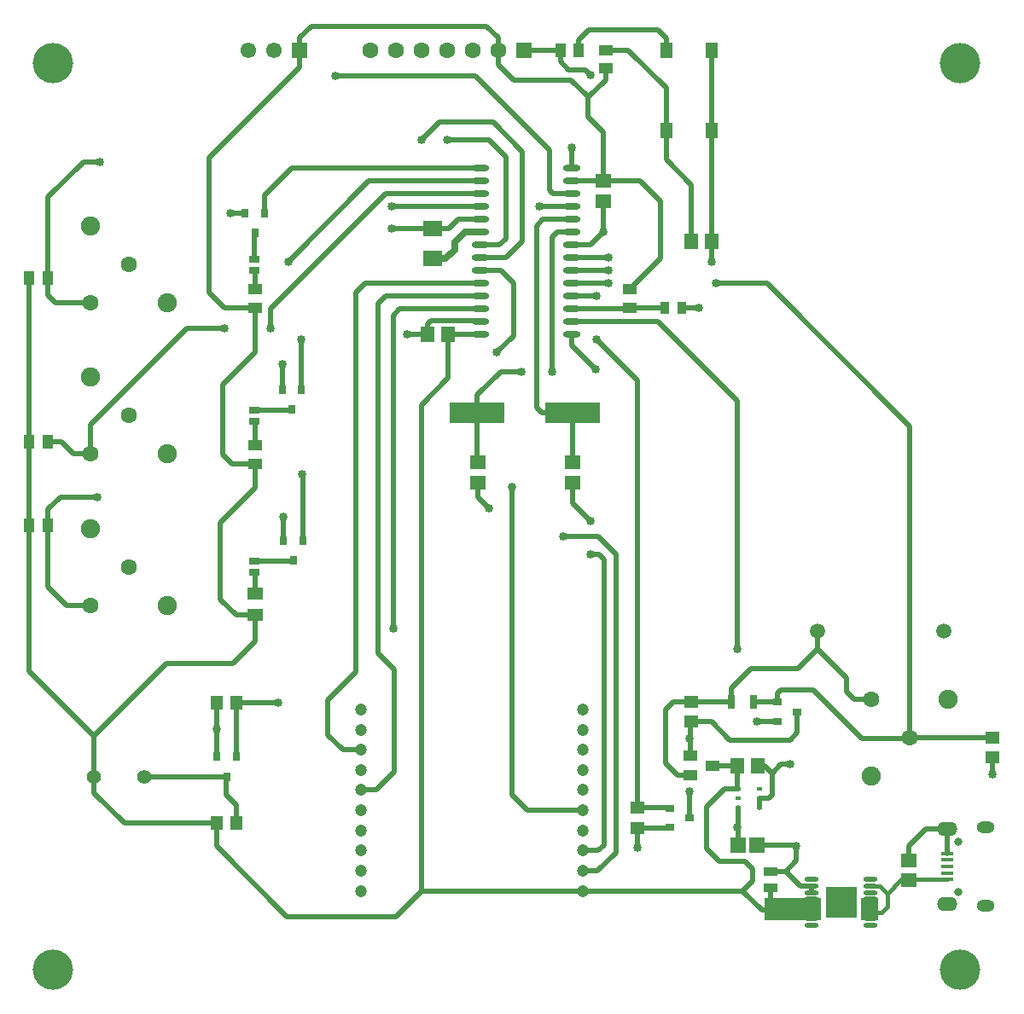
<source format=gtl>
G04 Layer_Physical_Order=1*
G04 Layer_Color=255*
%FSLAX25Y25*%
%MOIN*%
G70*
G01*
G75*
%ADD10R,0.12205X0.12205*%
%ADD11O,0.05512X0.01772*%
%ADD12R,0.21654X0.07874*%
%ADD13R,0.05118X0.01772*%
%ADD14R,0.04331X0.03150*%
%ADD15R,0.01968X0.01772*%
%ADD16R,0.05118X0.06102*%
%ADD17R,0.02953X0.05709*%
%ADD18R,0.05315X0.06102*%
%ADD19R,0.05905X0.06102*%
%ADD20R,0.05315X0.03740*%
%ADD21R,0.05905X0.05512*%
%ADD22R,0.07480X0.05905*%
%ADD23R,0.06102X0.05315*%
%ADD24R,0.05512X0.03937*%
%ADD25R,0.03543X0.03150*%
%ADD26R,0.05709X0.04724*%
%ADD27R,0.05512X0.04134*%
%ADD28R,0.03347X0.05118*%
%ADD29R,0.05905X0.04921*%
%ADD30R,0.05315X0.03937*%
%ADD31O,0.06890X0.02362*%
%ADD32R,0.03937X0.05315*%
%ADD33R,0.03150X0.03543*%
%ADD34R,0.04724X0.05709*%
%ADD35C,0.01968*%
%ADD36C,0.01575*%
%ADD37C,0.02756*%
%ADD38R,0.22000X0.09000*%
%ADD39R,0.06500X0.09000*%
%ADD40C,0.06299*%
%ADD41C,0.07480*%
%ADD42C,0.05905*%
%ADD43C,0.03150*%
%ADD44O,0.07087X0.04528*%
%ADD45O,0.07874X0.05512*%
%ADD46C,0.05512*%
%ADD47C,0.04724*%
%ADD48R,0.06102X0.06102*%
%ADD49C,0.06102*%
%ADD50R,0.06299X0.06299*%
%ADD51C,0.15748*%
%ADD52C,0.03347*%
%ADD53C,0.02559*%
D10*
X327500Y46000D02*
D03*
D11*
X315886Y54957D02*
D03*
Y52398D02*
D03*
Y49839D02*
D03*
Y47280D02*
D03*
Y44721D02*
D03*
Y42161D02*
D03*
Y39602D02*
D03*
Y37043D02*
D03*
X339114Y54957D02*
D03*
Y52398D02*
D03*
Y49839D02*
D03*
Y47280D02*
D03*
Y44721D02*
D03*
Y42161D02*
D03*
Y39602D02*
D03*
Y37043D02*
D03*
D12*
X222701Y237500D02*
D03*
X185299D02*
D03*
D13*
X369000Y65118D02*
D03*
Y62559D02*
D03*
Y60000D02*
D03*
Y57441D02*
D03*
Y54882D02*
D03*
D14*
X98425Y297441D02*
D03*
Y293110D02*
D03*
Y238386D02*
D03*
Y234055D02*
D03*
Y179331D02*
D03*
Y175000D02*
D03*
D15*
X295500Y90480D02*
D03*
Y86740D02*
D03*
Y83000D02*
D03*
X287232Y90480D02*
D03*
Y86740D02*
D03*
Y83000D02*
D03*
D16*
X276858Y379150D02*
D03*
X259142D02*
D03*
X276858Y347850D02*
D03*
X259142D02*
D03*
D17*
X284768Y124500D02*
D03*
X293232D02*
D03*
D18*
X287063Y99500D02*
D03*
X294937D02*
D03*
X269063Y304500D02*
D03*
X276937D02*
D03*
X173937Y268000D02*
D03*
X166063D02*
D03*
D19*
X294543Y68500D02*
D03*
X287457D02*
D03*
D20*
X300000Y51850D02*
D03*
Y58150D02*
D03*
D21*
X354000Y54760D02*
D03*
Y62240D02*
D03*
D22*
X168000Y297594D02*
D03*
Y309405D02*
D03*
D23*
X234500Y327937D02*
D03*
Y320063D02*
D03*
X185500Y210063D02*
D03*
Y217937D02*
D03*
X222500Y210063D02*
D03*
Y217937D02*
D03*
D24*
X268669Y95760D02*
D03*
X277331Y99500D02*
D03*
X268669Y103240D02*
D03*
D25*
X268437Y79000D02*
D03*
X260563Y75260D02*
D03*
Y82740D02*
D03*
X310437Y120500D02*
D03*
X302563Y116760D02*
D03*
Y124240D02*
D03*
D26*
X269000Y116563D02*
D03*
Y124437D02*
D03*
X248000Y75063D02*
D03*
Y82937D02*
D03*
X386500Y102563D02*
D03*
Y110437D02*
D03*
D27*
X245000Y278260D02*
D03*
Y285740D02*
D03*
X98500Y217260D02*
D03*
Y224740D02*
D03*
X98500Y285740D02*
D03*
Y278260D02*
D03*
D28*
X258653Y278500D02*
D03*
X265347D02*
D03*
D29*
X98500Y158366D02*
D03*
Y166634D02*
D03*
D30*
X235500Y379043D02*
D03*
Y371957D02*
D03*
D31*
X222315Y268000D02*
D03*
Y273000D02*
D03*
Y278000D02*
D03*
Y283000D02*
D03*
Y288000D02*
D03*
Y293000D02*
D03*
Y298000D02*
D03*
Y303000D02*
D03*
Y308000D02*
D03*
Y313000D02*
D03*
Y318000D02*
D03*
Y323000D02*
D03*
Y328000D02*
D03*
Y333000D02*
D03*
X186685Y268000D02*
D03*
Y273000D02*
D03*
Y278000D02*
D03*
Y283000D02*
D03*
Y288000D02*
D03*
Y293000D02*
D03*
Y298000D02*
D03*
Y303000D02*
D03*
Y308000D02*
D03*
Y313000D02*
D03*
Y318000D02*
D03*
Y323000D02*
D03*
Y328000D02*
D03*
Y333000D02*
D03*
D32*
X217957Y379000D02*
D03*
X225043D02*
D03*
X10457Y193500D02*
D03*
X17543D02*
D03*
X10457Y226000D02*
D03*
X17543D02*
D03*
X10457Y290000D02*
D03*
X17543D02*
D03*
D33*
X98500Y307563D02*
D03*
X94760Y315437D02*
D03*
X102240D02*
D03*
X113000Y238563D02*
D03*
X109260Y246437D02*
D03*
X116740D02*
D03*
X113500Y179563D02*
D03*
X109760Y187437D02*
D03*
X117240D02*
D03*
X87500Y95063D02*
D03*
X83760Y102937D02*
D03*
X91240D02*
D03*
D34*
X91437Y77000D02*
D03*
X83563D02*
D03*
Y124000D02*
D03*
X91437D02*
D03*
D35*
X167217Y273217D02*
X186685D01*
X138000Y136000D02*
Y284500D01*
X127000Y125000D02*
X138000Y136000D01*
X146500Y143500D02*
Y280000D01*
X138000Y284500D02*
X141500Y288000D01*
X146500Y280000D02*
X149500Y283000D01*
X146500Y143500D02*
X153000Y137000D01*
X163504Y50504D02*
Y240504D01*
X91437Y124000D02*
X107500D01*
X127000Y111500D02*
Y125000D01*
X163504Y240504D02*
X173937Y250937D01*
X309500Y68500D02*
X310000Y68000D01*
X294543Y68500D02*
X309500D01*
X310000Y62299D02*
Y68000D01*
X305850Y58150D02*
X310000Y62299D01*
X300000Y58150D02*
X305850D01*
X311602Y52398D01*
X315886D01*
Y49839D02*
Y52398D01*
X300000Y47000D02*
Y51850D01*
X152024Y318024D02*
X186685D01*
X284705Y124437D02*
Y129705D01*
X193500Y373500D02*
Y379000D01*
Y384000D01*
X203500Y379000D02*
X217957D01*
X149500Y323000D02*
X186685D01*
X104500Y278000D02*
X149500Y323000D01*
X104500Y270500D02*
Y278000D01*
X34213Y232713D02*
X72000Y270500D01*
X86500D01*
X98500Y261000D02*
Y278260D01*
X85000Y194500D02*
X98500Y208000D01*
X89740Y217260D02*
X98500D01*
X86000Y221000D02*
X89740Y217260D01*
X86000Y221000D02*
Y248500D01*
X98500Y261000D01*
X109260Y246437D02*
Y256260D01*
X86740Y278260D02*
X98500D01*
X80500Y284500D02*
X86740Y278260D01*
X80500Y284500D02*
Y337000D01*
X20724Y280276D02*
X34213D01*
X17543Y283457D02*
X20724Y280276D01*
X17543Y283457D02*
Y290000D01*
X31500Y335500D02*
X38000D01*
X17543Y321543D02*
X31500Y335500D01*
X17543Y290000D02*
Y321543D01*
X34213Y221220D02*
Y232713D01*
X27779Y221220D02*
X34213D01*
X23000Y226000D02*
X27779Y221220D01*
X17543Y226000D02*
X23000D01*
X17543Y193500D02*
Y199543D01*
X22492Y204492D01*
X36992D01*
X24835Y162165D02*
X34213D01*
X17543Y169457D02*
X24835Y162165D01*
X17543Y169457D02*
Y193500D01*
X102240Y322240D02*
X113000Y333000D01*
X102240Y315437D02*
Y322240D01*
X89063Y315437D02*
X94760D01*
X98425Y293110D02*
X98500Y293035D01*
Y285740D02*
Y293035D01*
X98425Y307488D02*
X98500Y307563D01*
X98425Y297441D02*
Y307488D01*
X116500Y266000D02*
X116740Y265760D01*
Y246437D02*
Y265760D01*
X112823Y238386D02*
X113000Y238563D01*
X98425Y238386D02*
X112823D01*
X98425Y234055D02*
X98500Y233980D01*
Y224740D02*
Y233980D01*
X109760Y187437D02*
Y196740D01*
X117000Y213500D02*
X117240Y213260D01*
Y187437D02*
Y213260D01*
X91134Y158366D02*
X98500D01*
X85000Y164500D02*
X91134Y158366D01*
X85000Y164500D02*
Y194500D01*
X98500Y208000D02*
Y217260D01*
X113268Y179331D02*
X113500Y179563D01*
X98425Y179331D02*
X113268D01*
X98425Y175000D02*
X98500Y174925D01*
Y166634D02*
Y174925D01*
Y148000D02*
Y158366D01*
X90000Y139500D02*
X98500Y148000D01*
X64000Y139500D02*
X90000D01*
X35658Y111158D02*
X64000Y139500D01*
X354331Y110236D02*
Y232169D01*
X298500Y288000D02*
X354331Y232169D01*
X386500Y96000D02*
Y102563D01*
X354095Y110000D02*
X354331Y110236D01*
X335500Y110000D02*
X354095D01*
X316500Y129000D02*
X335500Y110000D01*
X354331Y110236D02*
X354532Y110437D01*
X386500D01*
X332764Y125236D02*
X339331D01*
X329500Y128500D02*
X332764Y125236D01*
X329500Y128500D02*
Y133787D01*
X318394Y144894D02*
X329500Y133787D01*
X304000Y129000D02*
X316500D01*
X302563Y127563D02*
X304000Y129000D01*
X302563Y124240D02*
Y127563D01*
X318394Y144894D02*
Y152012D01*
X310768Y137268D02*
X318394Y144894D01*
X290000Y62000D02*
X293000Y59000D01*
X280000Y62000D02*
X290000D01*
X275000Y67000D02*
X280000Y62000D01*
X296500Y43000D02*
X300500D01*
X288996Y50504D02*
X296500Y43000D01*
X369000Y65118D02*
Y74665D01*
X354000Y62240D02*
Y68000D01*
X360665Y74665D01*
X369000D01*
X287000Y75500D02*
X287232Y75732D01*
Y83000D01*
X287457Y68500D02*
Y75043D01*
X287000Y75500D02*
X287457Y75043D01*
X284705Y129705D02*
X292268Y137268D01*
X269000Y124437D02*
X284705D01*
X284000Y109500D02*
X307500D01*
X276937Y116563D02*
X284000Y109500D01*
X292268Y137268D02*
X310768D01*
X304000Y100000D02*
X307500D01*
X293232Y124500D02*
X302303D01*
X300500Y96500D02*
X304000Y100000D01*
X307500Y109500D02*
X310437Y112437D01*
X277331Y99500D02*
X287063D01*
Y90650D02*
Y99500D01*
X281980Y90480D02*
X287232D01*
X275000Y83500D02*
X281980Y90480D01*
X287000Y145000D02*
Y242000D01*
X256000Y273000D02*
X287000Y242000D01*
X222315Y273000D02*
X256000D01*
X268437Y109937D02*
X268669Y109705D01*
Y103240D02*
Y109705D01*
Y110169D02*
Y116232D01*
X268437Y109937D02*
X268669Y110169D01*
X259000Y100500D02*
X263740Y95760D01*
X268437Y79000D02*
Y89437D01*
X248000Y82937D02*
Y250000D01*
X232000Y266000D02*
X248000Y250000D01*
Y67500D02*
Y75063D01*
X310437Y112437D02*
Y120500D01*
X269000Y116563D02*
X276937D01*
X268669Y116232D02*
X269000Y116563D01*
X261937Y124437D02*
X269000D01*
X259000Y121500D02*
X261937Y124437D01*
X259000Y100500D02*
Y121500D01*
X263740Y95760D02*
X268669D01*
X294740Y116760D02*
X302563D01*
X275000Y67000D02*
Y83500D01*
X293000Y54508D02*
Y59000D01*
X302303Y124500D02*
X302563Y124240D01*
X260366Y82937D02*
X260563Y82740D01*
X248000Y82937D02*
X260366D01*
X260366Y75063D02*
X260563Y75260D01*
X248000Y75063D02*
X260366D01*
X287063Y90650D02*
X287232Y90480D01*
X295500Y83000D02*
Y86740D01*
X299240D01*
X300500Y88000D01*
Y96500D01*
X297500Y99500D02*
X300500Y96500D01*
X294937Y99500D02*
X297500D01*
X232500Y189000D02*
X239500Y182000D01*
Y65500D02*
Y182000D01*
X232378Y58378D02*
X239500Y65500D01*
X219000Y189000D02*
X232500D01*
X226500Y58378D02*
X232378D01*
X233000Y182000D02*
X235000Y180000D01*
Y68500D02*
Y180000D01*
X232752Y66252D02*
X235000Y68500D01*
X226500Y66252D02*
X232752D01*
X229500Y182000D02*
X233000D01*
X259142Y336358D02*
Y347850D01*
Y336358D02*
X269063Y326437D01*
Y304500D02*
Y326437D01*
X259142Y347850D02*
Y364358D01*
X244457Y379043D02*
X259142Y364358D01*
X235500Y379043D02*
X244457D01*
X225043Y379000D02*
Y383043D01*
X229000Y387000D01*
X256000D01*
X259142Y383858D01*
Y379150D02*
Y383858D01*
X276858Y347850D02*
Y379150D01*
Y347850D02*
X276937Y347772D01*
Y304500D02*
Y347772D01*
X55343Y95000D02*
X87437D01*
X91437Y77000D02*
Y84063D01*
X87437Y88063D02*
X91437Y84063D01*
X87437Y88063D02*
Y95000D01*
X91240Y102937D02*
Y123803D01*
X17543Y226000D02*
X17693Y225850D01*
X185299Y218138D02*
Y237500D01*
Y218138D02*
X185500Y217937D01*
X222500D02*
X222701Y218138D01*
X163504Y50504D02*
X226500D01*
X153500Y40500D02*
X163504Y50504D01*
X111000Y40500D02*
X153500D01*
X83563Y67937D02*
X111000Y40500D01*
X83563Y67937D02*
Y77000D01*
X35658Y88842D02*
Y95000D01*
Y88842D02*
X47500Y77000D01*
X83563D01*
Y113563D02*
Y124000D01*
X10457Y136358D02*
X35658Y111158D01*
X10457Y136358D02*
Y193500D01*
Y226000D01*
Y290000D01*
X80500Y337000D02*
X116000Y372500D01*
Y379000D01*
X189000Y388500D02*
X193500Y384000D01*
X120500Y388500D02*
X189000D01*
X116000Y384000D02*
X120500Y388500D01*
X116000Y379000D02*
Y384000D01*
X222500Y202000D02*
Y210063D01*
X185500Y204500D02*
Y210063D01*
X173937Y268000D02*
X186685D01*
Y273000D02*
Y273217D01*
X166063Y272063D02*
X167217Y273217D01*
X166063Y268000D02*
Y272063D01*
X245240Y278500D02*
X258653D01*
X245000Y278260D02*
X245240Y278500D01*
X265347D02*
X272000D01*
X91240Y123803D02*
X91437Y124000D01*
X153000Y97000D02*
Y137000D01*
X145874Y89874D02*
X153000Y97000D01*
X139886Y89874D02*
X145874D01*
X127000Y111500D02*
X132878Y105622D01*
X139886D01*
X158000Y268000D02*
X166063D01*
X222500Y217937D02*
Y237299D01*
X215000Y323000D02*
X222315D01*
X186685Y303000D02*
X194000D01*
X196500Y305500D01*
Y337500D01*
X190000Y344000D02*
X196500Y337500D01*
X173500Y344000D02*
X190000D01*
X186685Y298000D02*
X196500D01*
X203000Y304500D01*
Y339500D01*
X191500Y351000D02*
X203000Y339500D01*
X170500Y351000D02*
X191500D01*
X163500Y344000D02*
X170500Y351000D01*
X245000Y285740D02*
X257000Y297740D01*
Y320000D01*
X173937Y250937D02*
Y268000D01*
X209500Y318000D02*
X222315D01*
X211000Y313000D02*
X222315D01*
X210701Y237299D02*
X222500D01*
X216500Y308000D02*
X222315D01*
X185299Y237500D02*
Y244299D01*
X186685Y293000D02*
X194500D01*
X199500Y267500D02*
Y288000D01*
X193000Y261000D02*
X199500Y267500D01*
X185299Y244299D02*
X194500Y253500D01*
X202500D01*
X185500Y204500D02*
X190000Y200000D01*
X199000Y88000D02*
Y208500D01*
Y88000D02*
X205000Y82000D01*
X226500D01*
X248937Y328063D02*
X257000Y320000D01*
X278500Y288000D02*
X298500D01*
X222500Y202000D02*
X229500Y195000D01*
X222315Y283000D02*
X232000D01*
X222315Y293000D02*
X236500D01*
X222315Y288000D02*
X236500D01*
X222315Y298000D02*
X236500D01*
X208500Y310500D02*
X211000Y313000D01*
X208500Y239500D02*
X210701Y237299D01*
X208500Y239500D02*
Y310500D01*
X214500Y306000D02*
X216500Y308000D01*
X214500Y253500D02*
Y306000D01*
X222315Y303000D02*
X229500D01*
X234500Y308000D01*
X234626Y328063D02*
X248937D01*
X234500Y327937D02*
X234626Y328063D01*
X222315Y328000D02*
X234437D01*
X234500Y327937D01*
Y308000D02*
Y320063D01*
X222315Y263685D02*
Y268000D01*
Y263685D02*
X231500Y254500D01*
X186685Y318000D02*
Y318024D01*
X113000Y333000D02*
X186685D01*
X111500Y296500D02*
X143000Y328000D01*
X186685D01*
X152000Y318000D02*
X152024Y318024D01*
X37642Y335142D02*
X38000Y335500D01*
X178000Y313000D02*
X186685D01*
X174406Y309405D02*
X178000Y313000D01*
X168000Y309405D02*
X174406D01*
X152094D02*
X168000D01*
X222315Y333000D02*
Y341185D01*
X213500Y324500D02*
X215000Y323000D01*
X130000Y369000D02*
X184500D01*
X213500Y340000D01*
Y324500D02*
Y340000D01*
X199500Y367500D02*
X222000D01*
X193500Y373500D02*
X199500Y367500D01*
X194500Y293000D02*
X199500Y288000D01*
X222315Y278000D02*
X244740D01*
X245000Y278260D01*
X35658Y95000D02*
Y111158D01*
X83563Y103134D02*
X83760Y102937D01*
X83563Y103134D02*
Y113563D01*
X141500Y288000D02*
X186685D01*
X149500Y283000D02*
X186685D01*
X152500Y153000D02*
Y275500D01*
X155000Y278000D01*
X186685D01*
X226500Y50504D02*
X288996D01*
X293000Y54508D01*
X222000Y367500D02*
X228500Y361000D01*
Y353000D02*
Y361000D01*
Y353000D02*
X234500Y347000D01*
Y327937D02*
Y347000D01*
X235500Y367500D02*
Y371957D01*
X229000Y361000D02*
X235500Y367500D01*
X228500Y361000D02*
X229000D01*
X217957Y374543D02*
Y379000D01*
Y374543D02*
X221000Y371500D01*
X227500D01*
X229500Y369500D01*
X276937Y296437D02*
Y304500D01*
D36*
X339114Y42161D02*
X343161D01*
X338130D02*
X339114D01*
X342602Y52398D02*
X345500Y49500D01*
X339114Y52398D02*
X342602D01*
X353760Y55000D02*
X354000Y54760D01*
X351000Y55000D02*
X353760D01*
X345500Y49500D02*
X351000Y55000D01*
X343161Y42161D02*
X345500Y44500D01*
Y49500D01*
X354000Y54760D02*
X354122Y54882D01*
X369000D01*
D37*
X173094Y297594D02*
X176500Y301000D01*
X168000Y297594D02*
X173094D01*
X176500Y301000D02*
Y304000D01*
X180500Y308000D01*
X186685D01*
D38*
X308500Y43500D02*
D03*
D39*
X338750D02*
D03*
D40*
X49213Y236221D02*
D03*
X34213Y221220D02*
D03*
X49213Y177165D02*
D03*
X34213Y162165D02*
D03*
X354331Y110236D02*
D03*
X339331Y125236D02*
D03*
X49213Y295276D02*
D03*
X34213Y280276D02*
D03*
X143500Y379000D02*
D03*
X153500D02*
D03*
X163500D02*
D03*
X173500D02*
D03*
X183500D02*
D03*
X193500D02*
D03*
D41*
X64213Y221220D02*
D03*
X34213Y251220D02*
D03*
X64213Y162165D02*
D03*
X34213Y192165D02*
D03*
X339331Y95236D02*
D03*
X369331Y125236D02*
D03*
X64213Y280276D02*
D03*
X34213Y310276D02*
D03*
D42*
X367606Y152012D02*
D03*
X318394D02*
D03*
D43*
X373331Y69842D02*
D03*
Y50157D02*
D03*
D44*
X383961Y44744D02*
D03*
Y75256D02*
D03*
D45*
X369000Y45335D02*
D03*
Y74665D02*
D03*
D46*
X55343Y95000D02*
D03*
X35658D02*
D03*
D47*
X226500Y121370D02*
D03*
Y113496D02*
D03*
Y105622D02*
D03*
Y97748D02*
D03*
Y89874D02*
D03*
Y82000D02*
D03*
Y74126D02*
D03*
Y66252D02*
D03*
Y58378D02*
D03*
Y50504D02*
D03*
X139886D02*
D03*
Y58378D02*
D03*
Y66252D02*
D03*
Y74126D02*
D03*
Y82000D02*
D03*
Y89874D02*
D03*
Y97748D02*
D03*
Y105622D02*
D03*
Y113496D02*
D03*
Y121370D02*
D03*
D48*
X116000Y379000D02*
D03*
D49*
X106000D02*
D03*
X96000D02*
D03*
D50*
X203500D02*
D03*
D51*
X19685Y19685D02*
D03*
X374016D02*
D03*
Y374016D02*
D03*
X19685D02*
D03*
D52*
X152500Y153000D02*
D03*
X107500Y124000D02*
D03*
X310000Y68000D02*
D03*
X86500Y270500D02*
D03*
X104500D02*
D03*
X109260Y256260D02*
D03*
X89063Y315437D02*
D03*
X109760Y196740D02*
D03*
X386500Y96000D02*
D03*
X287000Y75500D02*
D03*
X307500Y100000D02*
D03*
X287000Y145000D02*
D03*
X268437Y109937D02*
D03*
Y89437D02*
D03*
X248000Y67500D02*
D03*
X294740Y116760D02*
D03*
X83563Y113563D02*
D03*
X229500Y195000D02*
D03*
X272000Y278500D02*
D03*
X158000Y268000D02*
D03*
X130000Y369000D02*
D03*
X173500Y344000D02*
D03*
X163500D02*
D03*
X209500Y318000D02*
D03*
X117000Y213500D02*
D03*
X214500Y253500D02*
D03*
X202500D02*
D03*
X193000Y261000D02*
D03*
X190000Y200000D02*
D03*
X199000Y208500D02*
D03*
X232000Y266000D02*
D03*
X278500Y288000D02*
D03*
X229500Y182000D02*
D03*
X232000Y283000D02*
D03*
X236500Y293000D02*
D03*
Y288000D02*
D03*
Y298000D02*
D03*
X219000Y189000D02*
D03*
X234500Y308000D02*
D03*
X231500Y254500D02*
D03*
X111500Y296500D02*
D03*
X36992Y204492D02*
D03*
X152000Y318000D02*
D03*
X38000Y335500D02*
D03*
X152094Y309405D02*
D03*
X222315Y341185D02*
D03*
X116500Y266000D02*
D03*
X229500Y369500D02*
D03*
X276937Y296437D02*
D03*
D53*
X323169Y50331D02*
D03*
X327500D02*
D03*
X331831D02*
D03*
X323169Y46000D02*
D03*
X327500D02*
D03*
X331831D02*
D03*
X323169Y41669D02*
D03*
X327500D02*
D03*
X331831D02*
D03*
M02*

</source>
